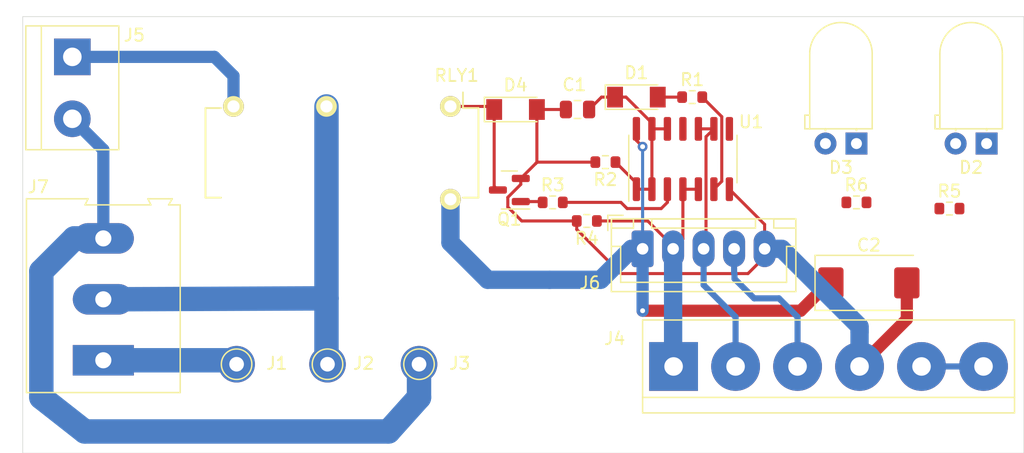
<source format=kicad_pcb>
(kicad_pcb (version 20211014) (generator pcbnew)
  (layers (0 "F.Cu" signal) (31 "B.Cu" signal) (34 "B.Paste" user) (35 "F.Paste" user) (36 "B.SilkS" user "B.Silkscreen") (37 "F.SilkS" user "F.Silkscreen") (38 "B.Mask" user) (39 "F.Mask" user) (44 "Edge.Cuts" user))
  (net 0 "")
  (net 1 "Net-(C1-Pad1)")
  (net 2 "GND")
  (net 3 "+5V")
  (net 4 "Net-(D1-Pad2)")
  (net 5 "Net-(J1-Pad1)")
  (net 6 "Net-(J2-Pad1)")
  (net 7 "Net-(J3-Pad1)")
  (net 8 "Net-(D2-Pad2)")
  (net 9 "Net-(J4-Pad3)")
  (net 10 "Net-(J4-Pad1)")
  (net 11 "Net-(J4-Pad5)")
  (net 12 "Net-(J5-Pad1)")
  (net 13 "RELAY")
  (net 14 "Net-(R1-Pad2)")
  (net 15 "Net-(R3-Pad2)")
  (net 16 "Net-(D3-Pad2)")
  (net 17 "TH")
  (net 18 "Net-(Q1-Pad1)")
  (net 19 "Net-(R5-Pad1)")
  (net 20 "Net-(R6-Pad1)")
  (footprint "Capacitor_SMD:C_0805_2012Metric" (layer "F.Cu") (at 110.49 54.102 180)
    (fp_text reference "C1" (at 0.261252 2.032) (layer "F.SilkS"))
    (fp_text value "10u")
    (fp_line (start -0.261252 -0.735) (end 0.261252 -0.735) (layer "F.SilkS") (width 0.12))
    (fp_line (start -0.261252 0.735) (end 0.261252 0.735) (layer "F.SilkS") (width 0.12))
    (pad "1" smd roundrect (at -0.95 0 180) (size 1 1.45) (layers "F.Cu" "F.Paste" "F.Mask") (net 1 "Net-(C1-Pad1)"))
    (pad "2" smd roundrect (at 0.95 0 180) (size 1 1.45) (layers "F.Cu" "F.Paste" "F.Mask") (net 2 "GND"))
  )
  (footprint "Capacitor_Tantalum_SMD:CP_EIA-7343-40_Kemet-Y" (layer "F.Cu") (at 134.366 68.326)
    (fp_text reference "C2" (at 0 -3.1) (layer "F.SilkS"))
    (fp_text value "100u")
    (fp_line (start 3.65 -2.26) (end -4.41 -2.26) (layer "F.SilkS") (width 0.12))
    (fp_line (start -4.41 2.26) (end 3.65 2.26) (layer "F.SilkS") (width 0.12))
    (fp_line (start -4.41 -2.26) (end -4.41 2.26) (layer "F.SilkS") (width 0.12))
    (pad "1" smd roundrect (at -3.1125 0) (size 2.075 2.55) (layers "F.Cu" "F.Paste" "F.Mask") (roundrect_rratio 0.120482) (net 3 "+5V"))
    (pad "2" smd roundrect (at 3.1125 0) (size 2.075 2.55) (layers "F.Cu" "F.Paste" "F.Mask") (roundrect_rratio 0.120482) (net 2 "GND"))
  )
  (footprint "Diode_SMD:D_MiniMELF" (layer "F.Cu") (at 115.316 53.086)
    (fp_text reference "D1" (at 0 -2) (layer "F.SilkS"))
    (fp_text value "1N4148")
    (fp_line (start -2.55 -1) (end -2.55 1) (layer "F.SilkS") (width 0.12))
    (fp_line (start -2.55 1) (end 1.75 1) (layer "F.SilkS") (width 0.12))
    (fp_line (start 1.75 -1) (end -2.55 -1) (layer "F.SilkS") (width 0.12))
    (pad "1" smd rect (at -1.75 0) (size 1.3 1.7) (layers "F.Cu" "F.Paste" "F.Mask") (net 1 "Net-(C1-Pad1)"))
    (pad "2" smd rect (at 1.75 0) (size 1.3 1.7) (layers "F.Cu" "F.Paste" "F.Mask") (net 4 "Net-(D1-Pad2)"))
  )
  (footprint "Connector_Pin:Pin_D1.0mm_L10.0mm" (layer "F.Cu") (at 82.55 75)
    (fp_text reference "J1" (at 3.302 -0.07) (layer "F.SilkS"))
    (fp_text value "Conn_01x01")
    (fp_circle (center 0 0) (end 1.25 0.05) (layer "F.SilkS") (width 0.12) (fill none))
    (pad "1" thru_hole circle locked (at 0 0) (size 3 3) (drill 1.2) (layers *.Cu *.Mask) (net 5 "Net-(J1-Pad1)"))
  )
  (footprint "Connector_Pin:Pin_D1.0mm_L10.0mm" (layer "F.Cu") (at 90 75)
    (fp_text reference "J2" (at 2.964 -0.07) (layer "F.SilkS"))
    (fp_text value "Conn_01x01")
    (fp_circle (center 0 0) (end 1.25 0.05) (layer "F.SilkS") (width 0.12) (fill none))
    (pad "1" thru_hole circle locked (at 0 0) (size 3 3) (drill 1.2) (layers *.Cu *.Mask) (net 6 "Net-(J2-Pad1)"))
  )
  (footprint "Connector_Pin:Pin_D1.0mm_L10.0mm" (layer "F.Cu") (at 97.5 75)
    (fp_text reference "J3" (at 3.338 -0.07) (layer "F.SilkS"))
    (fp_text value "Conn_01x01")
    (fp_circle (center 0 0) (end 1.25 0.05) (layer "F.SilkS") (width 0.12) (fill none))
    (pad "1" thru_hole circle locked (at 0 0) (size 3 3) (drill 1.2) (layers *.Cu *.Mask) (net 7 "Net-(J3-Pad1)"))
  )
  (footprint "TerminalBlock:TerminalBlock_bornier-6_P5.08mm" (layer "F.Cu") (at 118.364 75.184)
    (fp_text reference "J4" (at -4.826 -2.286) (layer "F.SilkS"))
    (fp_text value "0.2\"")
    (fp_line (start 27.94 3.81) (end 27.94 -3.81) (layer "F.SilkS") (width 0.12))
    (fp_line (start -2.54 2.54) (end 27.94 2.54) (layer "F.SilkS") (width 0.12))
    (fp_line (start -2.54 -3.81) (end 27.94 -3.81) (layer "F.SilkS") (width 0.12))
    (fp_line (start -2.54 -3.81) (end -2.54 3.81) (layer "F.SilkS") (width 0.12))
    (fp_line (start -2.54 3.81) (end 27.94 3.81) (layer "F.SilkS") (width 0.12))
    (pad "1" thru_hole rect locked (at 0 0) (size 4 4) (drill 1.52) (layers *.Cu *.Mask) (net 10 "Net-(J4-Pad1)"))
    (pad "2" thru_hole circle locked (at 5.08 0) (size 4 4) (drill 1.52) (layers *.Cu *.Mask) (net 17 "TH"))
    (pad "3" thru_hole circle locked (at 10.16 0) (size 4 4) (drill 1.52) (layers *.Cu *.Mask) (net 9 "Net-(J4-Pad3)"))
    (pad "4" thru_hole circle locked (at 15.24 0) (size 4 4) (drill 1.52) (layers *.Cu *.Mask) (net 2 "GND"))
    (pad "5" thru_hole circle locked (at 20.32 0) (size 4 4) (drill 1.52) (layers *.Cu *.Mask) (net 11 "Net-(J4-Pad5)"))
    (pad "6" thru_hole circle locked (at 25.4 0) (size 4 4) (drill 1.52) (layers *.Cu *.Mask) (net 11 "Net-(J4-Pad5)"))
  )
  (footprint "TerminalBlock:TerminalBlock_bornier-2_P5.08mm" (layer "F.Cu") (at 69.088 49.784 -90)
    (fp_text reference "J5" (at -1.778 -5.08 180) (layer "F.SilkS"))
    (fp_text value "0.2\"")
    (fp_line (start -2.54 -3.81) (end -2.54 3.81) (layer "F.SilkS") (width 0.12))
    (fp_line (start 7.62 -3.81) (end -2.54 -3.81) (layer "F.SilkS") (width 0.12))
    (fp_line (start 7.62 3.81) (end 7.62 -3.81) (layer "F.SilkS") (width 0.12))
    (fp_line (start 7.62 2.54) (end -2.54 2.54) (layer "F.SilkS") (width 0.12))
    (fp_line (start -2.54 3.81) (end 7.62 3.81) (layer "F.SilkS") (width 0.12))
    (pad "1" thru_hole rect locked (at 0 0 270) (size 3 3) (drill 1.52) (layers *.Cu *.Mask) (net 12 "Net-(J5-Pad1)"))
    (pad "2" thru_hole circle locked (at 5.08 0 270) (size 3 3) (drill 1.52) (layers *.Cu *.Mask) (net 7 "Net-(J3-Pad1)"))
  )
  (footprint "Connector_JST:JST_XH_B05B-XH-A_1x05_P2.50mm_Vertical" (layer "F.Cu") (at 115.824 65.532)
    (fp_text reference "J6" (at -4.318 2.794) (layer "F.SilkS"))
    (fp_text value "JST XH")
    (fp_line (start 12.56 -2.46) (end -2.56 -2.46) (layer "F.SilkS") (width 0.12))
    (fp_line (start -1.8 -0.2) (end -1.8 2.75) (layer "F.SilkS") (width 0.12))
    (fp_line (start 10.75 -1.7) (end 12.55 -1.7) (layer "F.SilkS") (width 0.12))
    (fp_line (start 11.8 2.75) (end 5 2.75) (layer "F.SilkS") (width 0.12))
    (fp_line (start -1.8 2.75) (end 5 2.75) (layer "F.SilkS") (width 0.12))
    (fp_line (start 12.56 3.51) (end 12.56 -2.46) (layer "F.SilkS") (width 0.12))
    (fp_line (start -2.56 3.51) (end 12.56 3.51) (layer "F.SilkS") (width 0.12))
    (fp_line (start -2.55 -2.45) (end -2.55 -1.7) (layer "F.SilkS") (width 0.12))
    (fp_line (start -2.85 -2.75) (end -2.85 -1.5) (layer "F.SilkS") (width 0.12))
    (fp_line (start -0.75 -1.7) (end -0.75 -2.45) (layer "F.SilkS") (width 0.12))
    (fp_line (start 9.25 -2.45) (end 0.75 -2.45) (layer "F.SilkS") (width 0.12))
    (fp_line (start 12.55 -2.45) (end 10.75 -2.45) (layer "F.SilkS") (width 0.12))
    (fp_line (start 0.75 -2.45) (end 0.75 -1.7) (layer "F.SilkS") (width 0.12))
    (fp_line (start 0.75 -1.7) (end 9.25 -1.7) (layer "F.SilkS") (width 0.12))
    (fp_line (start -2.55 -1.7) (end -0.75 -1.7) (layer "F.SilkS") (width 0.12))
    (fp_line (start 11.8 -0.2) (end 11.8 2.75) (layer "F.SilkS") (width 0.12))
    (fp_line (start -2.55 -0.2) (end -1.8 -0.2) (layer "F.SilkS") (width 0.12))
    (fp_line (start 12.55 -0.2) (end 11.8 -0.2) (layer "F.SilkS") (width 0.12))
    (fp_line (start -2.56 -2.46) (end -2.56 3.51) (layer "F.SilkS") (width 0.12))
    (fp_line (start 12.55 -1.7) (end 12.55 -2.45) (layer "F.SilkS") (width 0.12))
    (fp_line (start -0.75 -2.45) (end -2.55 -2.45) (layer "F.SilkS") (width 0.12))
    (fp_line (start 10.75 -2.45) (end 10.75 -1.7) (layer "F.SilkS") (width 0.12))
    (fp_line (start 9.25 -1.7) (end 9.25 -2.45) (layer "F.SilkS") (width 0.12))
    (fp_line (start -1.6 -2.75) (end -2.85 -2.75) (layer "F.SilkS") (width 0.12))
    (pad "1" thru_hole roundrect locked (at 0 0) (size 1.8 3) (drill 0.95) (layers *.Cu *.Mask) (roundrect_rratio 0.147) (net 3 "+5V"))
    (pad "2" thru_hole oval locked (at 2.5 0) (size 1.8 3) (drill 0.95) (layers *.Cu *.Mask) (net 10 "Net-(J4-Pad1)"))
    (pad "3" thru_hole oval locked (at 5 0) (size 1.8 3) (drill 0.95) (layers *.Cu *.Mask) (net 17 "TH"))
    (pad "4" thru_hole oval locked (at 7.5 0) (size 1.8 3) (drill 0.95) (layers *.Cu *.Mask) (net 9 "Net-(J4-Pad3)"))
    (pad "5" thru_hole oval locked (at 10 0) (size 1.8 3) (drill 0.95) (layers *.Cu *.Mask) (net 2 "GND"))
  )
  (footprint "Package_TO_SOT_SMD:SOT-23" (layer "F.Cu") (at 104.902 60.706 180)
    (fp_text reference "Q1" (at 0 -2.4) (layer "F.SilkS"))
    (fp_text value "MMBT3904")
    (fp_line (start 0 1.56) (end -0.65 1.56) (layer "F.SilkS") (width 0.12))
    (fp_line (start 0 -1.56) (end -1.675 -1.56) (layer "F.SilkS") (width 0.12))
    (fp_line (start 0 -1.56) (end 0.65 -1.56) (layer "F.SilkS") (width 0.12))
    (fp_line (start 0 1.56) (end 0.65 1.56) (layer "F.SilkS") (width 0.12))
    (pad "1" smd roundrect (at -0.9375 -0.95 180) (size 1.475 0.6) (layers "F.Cu" "F.Paste" "F.Mask") (net 18 "Net-(Q1-Pad1)"))
    (pad "2" smd roundrect (at -0.9375 0.95 180) (size 1.475 0.6) (layers "F.Cu" "F.Paste" "F.Mask") (net 2 "GND"))
    (pad "3" smd roundrect (at 0.9375 0 180) (size 1.475 0.6) (layers "F.Cu" "F.Paste" "F.Mask") (net 13 "RELAY"))
  )
  (footprint "Resistor_SMD:R_0603_1608Metric" (layer "F.Cu") (at 112.776 58.42 180)
    (fp_text reference "R2" (at 0 -1.43 180) (layer "F.SilkS"))
    (fp_text value "1M")
    (fp_line (start -0.237258 -0.5225) (end 0.237258 -0.5225) (layer "F.SilkS") (width 0.12))
    (fp_line (start -0.237258 0.5225) (end 0.237258 0.5225) (layer "F.SilkS") (width 0.12))
    (pad "1" smd roundrect (at -0.825 0 180) (size 0.8 0.95) (layers "F.Cu" "F.Paste" "F.Mask") (net 1 "Net-(C1-Pad1)"))
    (pad "2" smd roundrect (at 0.825 0 180) (size 0.8 0.95) (layers "F.Cu" "F.Paste" "F.Mask") (net 2 "GND"))
  )
  (footprint "custom:DIP-16_Relay" (layer "F.Cu") (at 100.076 53.848 -90)
    (fp_text reference "RLY1" (at -2.54 -0.508 180) (layer "F.SilkS"))
    (fp_text value "RELAY_DIL16" hide)
    (fp_line (start 0.135 20.075) (end 0.135 18.805) (layer "F.SilkS") (width 0.15))
    (fp_line (start 7.485 -2.295) (end 7.485 -1.025) (layer "F.SilkS") (width 0.15))
    (fp_line (start 0.135 20.075) (end 7.485 20.075) (layer "F.SilkS") (width 0.15))
    (fp_line (start 7.485 20.075) (end 7.485 18.805) (layer "F.SilkS") (width 0.15))
    (fp_line (start 0.135 -2.295) (end 7.485 -2.295) (layer "F.SilkS") (width 0.15))
    (fp_line (start 0.135 -2.295) (end 0.135 -1.025) (layer "F.SilkS") (width 0.15))
    (fp_line (start 0.135 -1.025) (end -1.15 -1.025) (layer "F.SilkS") (width 0.15))
    (pad "1" thru_hole circle locked (at 0 0 270) (size 1.7 1.7) (drill 1) (layers *.Cu *.Mask "F.SilkS") (net 13 "RELAY"))
    (pad "5" thru_hole circle locked (at 0 10.16 270) (size 1.7 1.7) (drill 1) (layers *.Cu *.Mask "F.SilkS") (net 6 "Net-(J2-Pad1)"))
    (pad "8" thru_hole circle locked (at 0 17.78 270) (size 1.7 1.7) (drill 1) (layers *.Cu *.Mask "F.SilkS") (net 12 "Net-(J5-Pad1)"))
    (pad "16" thru_hole circle locked (at 7.62 0 270) (size 1.7 1.7) (drill 1) (layers *.Cu *.Mask "F.SilkS") (net 3 "+5V"))
  )
  (footprint "Package_SO:SOIC-14_3.9x8.7mm_P1.27mm" (layer "F.Cu") (at 119.126 58.166 90)
    (fp_text reference "U1" (at 3.048 5.588 180) (layer "F.SilkS"))
    (fp_text value "74HCT08")
    (fp_line (start 0 -4.435) (end -3.45 -4.435) (layer "F.SilkS") (width 0.12))
    (fp_line (start 0 4.435) (end -1.95 4.435) (layer "F.SilkS") (width 0.12))
    (fp_line (start 0 4.435) (end 1.95 4.435) (layer "F.SilkS") (width 0.12))
    (fp_line (start 0 -4.435) (end 1.95 -4.435) (layer "F.SilkS") (width 0.12))
    (pad "1" smd roundrect (at -2.475 -3.81 90) (size 1.95 0.6) (layers "F.Cu" "F.Paste" "F.Mask") (net 1 "Net-(C1-Pad1)"))
    (pad "2" smd roundrect (at -2.475 -2.54 90) (size 1.95 0.6) (layers "F.Cu" "F.Paste" "F.Mask") (net 1 "Net-(C1-Pad1)"))
    (pad "3" smd roundrect (at -2.475 -1.27 90) (size 1.95 0.6) (layers "F.Cu" "F.Paste" "F.Mask") (net 15 "Net-(R3-Pad2)"))
    (pad "4" smd roundrect (at -2.475 0 90) (size 1.95 0.6) (layers "F.Cu" "F.Paste" "F.Mask") (net 10 "Net-(J4-Pad1)"))
    (pad "5" smd roundrect (at -2.475 1.27 90) (size 1.95 0.6) (layers "F.Cu" "F.Paste" "F.Mask") (net 10 "Net-(J4-Pad1)"))
    (pad "6" smd roundrect (at -2.475 2.54 90) (size 1.95 0.6) (layers "F.Cu" "F.Paste" "F.Mask") (net 14 "Net-(R1-Pad2)"))
    (pad "7" smd roundrect (at -2.475 3.81 90) (size 1.95 0.6) (layers "F.Cu" "F.Paste" "F.Mask") (net 2 "GND"))
    (pad "8" smd roundrect (at 2.475 3.81 90) (size 1.95 0.6) (layers "F.Cu" "F.Paste" "F.Mask") (net 19 "Net-(R5-Pad1)"))
    (pad "9" smd roundrect (at 2.475 2.54 90) (size 1.95 0.6) (layers "F.Cu" "F.Paste" "F.Mask") (net 17 "TH"))
    (pad "10" smd roundrect (at 2.475 1.27 90) (size 1.95 0.6) (layers "F.Cu" "F.Paste" "F.Mask") (net 17 "TH"))
    (pad "11" smd roundrect (at 2.475 0 90) (size 1.95 0.6) (layers "F.Cu" "F.Paste" "F.Mask") (net 20 "Net-(R6-Pad1)"))
    (pad "12" smd roundrect (at 2.475 -1.27 90) (size 1.95 0.6) (layers "F.Cu" "F.Paste" "F.Mask") (net 1 "Net-(C1-Pad1)"))
    (pad "13" smd roundrect (at 2.475 -2.54 90) (size 1.95 0.6) (layers "F.Cu" "F.Paste" "F.Mask") (net 1 "Net-(C1-Pad1)"))
    (pad "14" smd roundrect (at 2.475 -3.81 90) (size 1.95 0.6) (layers "F.Cu" "F.Paste" "F.Mask") (net 3 "+5V"))
  )
  (footprint "Resistor_SMD:R_0603_1608Metric" (layer "F.Cu") (at 119.888 53.086)
    (fp_text reference "R1" (at 0 -1.43) (layer "F.SilkS"))
    (fp_text value "100")
    (fp_line (start -0.237258 0.5225) (end 0.237258 0.5225) (layer "F.SilkS") (width 0.12))
    (fp_line (start -0.237258 -0.5225) (end 0.237258 -0.5225) (layer "F.SilkS") (width 0.12))
    (pad "1" smd roundrect (at -0.825 0) (size 0.8 0.95) (layers "F.Cu" "F.Paste" "F.Mask") (net 4 "Net-(D1-Pad2)"))
    (pad "2" smd roundrect (at 0.825 0) (size 0.8 0.95) (layers "F.Cu" "F.Paste" "F.Mask") (net 14 "Net-(R1-Pad2)"))
  )
  (footprint "Resistor_SMD:R_0603_1608Metric" (layer "F.Cu") (at 108.458 61.722)
    (fp_text reference "R3" (at 0 -1.43) (layer "F.SilkS"))
    (fp_text value "1k")
    (fp_line (start -0.237258 0.5225) (end 0.237258 0.5225) (layer "F.SilkS") (width 0.12))
    (fp_line (start -0.237258 -0.5225) (end 0.237258 -0.5225) (layer "F.SilkS") (width 0.12))
    (pad "1" smd roundrect (at -0.825 0) (size 0.8 0.95) (layers "F.Cu" "F.Paste" "F.Mask") (net 18 "Net-(Q1-Pad1)"))
    (pad "2" smd roundrect (at 0.825 0) (size 0.8 0.95) (layers "F.Cu" "F.Paste" "F.Mask") (net 15 "Net-(R3-Pad2)"))
  )
  (footprint "TerminalBlock:TerminalBlock_Altech_AK300-3_P5.00mm" (layer "F.Cu") (at 71.628 74.676 90)
    (fp_text reference "J7" (at 14.224 -5.334 180) (layer "F.SilkS"))
    (fp_text value "0.2\"")
    (fp_line (start 12.75 6.3) (end 12.75 5.35) (layer "F.SilkS") (width 0.12))
    (fp_line (start -2.65 -6.3) (end -2.65 6.3) (layer "F.SilkS") (width 0.12))
    (fp_line (start 13.25 5.65) (end 13.25 3.65) (layer "F.SilkS") (width 0.12))
    (fp_line (start 12.75 3.9) (end 12.75 -1.5) (layer "F.SilkS") (width 0.12))
    (fp_line (start 13.25 -6.3) (end -2.65 -6.3) (layer "F.SilkS") (width 0.12))
    (fp_line (start -2.65 6.3) (end 12.75 6.3) (layer "F.SilkS") (width 0.12))
    (fp_line (start 12.75 -1.5) (end 13.25 -1.25) (layer "F.SilkS") (width 0.12))
    (fp_line (start 12.75 5.35) (end 13.25 5.65) (layer "F.SilkS") (width 0.12))
    (fp_line (start 13.25 3.65) (end 12.75 3.9) (layer "F.SilkS") (width 0.12))
    (fp_line (start 13.25 -1.25) (end 13.25 -6.3) (layer "F.SilkS") (width 0.12))
    (pad "1" thru_hole rect locked (at 0 0 90) (size 2.5 5) (drill 1.32) (layers *.Cu *.Mask) (net 5 "Net-(J1-Pad1)"))
    (pad "2" thru_hole oval locked (at 5 0 90) (size 2.5 5) (drill 1.32) (layers *.Cu *.Mask) (net 6 "Net-(J2-Pad1)"))
    (pad "3" thru_hole oval locked (at 10 0 90) (size 2.5 5) (drill 1.32) (layers *.Cu *.Mask) (net 7 "Net-(J3-Pad1)"))
  )
  (footprint "Resistor_SMD:R_0603_1608Metric" (layer "F.Cu") (at 111.252 63.246 180)
    (fp_text reference "R4" (at 0 -1.43 180) (layer "F.SilkS"))
    (fp_text value "100k")
    (fp_line (start -0.237258 -0.5225) (end 0.237258 -0.5225) (layer "F.SilkS") (width 0.12))
    (fp_line (start -0.237258 0.5225) (end 0.237258 0.5225) (layer "F.SilkS") (width 0.12))
    (pad "1" smd roundrect (at -0.825 0 180) (size 0.8 0.95) (layers "F.Cu" "F.Paste" "F.Mask") (net 10 "Net-(J4-Pad1)"))
    (pad "2" smd roundrect (at 0.825 0 180) (size 0.8 0.95) (layers "F.Cu" "F.Paste" "F.Mask") (net 2 "GND"))
  )
  (footprint "Resistor_SMD:R_0603_1608Metric" (layer "F.Cu") (at 140.97 62.23)
    (fp_text reference "R5" (at 0 -1.43) (layer "F.SilkS"))
    (fp_text value "820")
    (fp_line (start -0.237258 0.5225) (end 0.237258 0.5225) (layer "F.SilkS") (width 0.12))
    (fp_line (start -0.237258 -0.5225) (end 0.237258 -0.5225) (layer "F.SilkS") (width 0.12))
    (pad "1" smd roundrect (at -0.825 0) (size 0.8 0.95) (layers "F.Cu" "F.Paste" "F.Mask") (net 19 "Net-(R5-Pad1)"))
    (pad "2" smd roundrect (at 0.825 0) (size 0.8 0.95) (layers "F.Cu" "F.Paste" "F.Mask") (net 8 "Net-(D2-Pad2)"))
  )
  (footprint "LED_THT:LED_D5.0mm_Horizontal_O1.27mm_Z3.0mm" (layer "F.Cu") (at 144.018 56.896 180)
    (fp_text reference "D2" (at 1.27 -1.96) (layer "F.SilkS"))
    (fp_text value "LED")
    (fp_line (start 2.54 1.21) (end 2.54 1.08) (layer "F.SilkS") (width 0.12))
    (fp_line (start 4.23 1.21) (end 4.23 2.33) (layer "F.SilkS") (width 0.12))
    (fp_line (start 4.23 2.33) (end 3.83 2.33) (layer "F.SilkS") (width 0.12))
    (fp_line (start -1.29 1.21) (end 3.83 1.21) (layer "F.SilkS") (width 0.12))
    (fp_line (start 0 1.21) (end 0 1.21) (layer "F.SilkS") (width 0.12))
    (fp_line (start 0 1.08) (end 0 1.08) (layer "F.SilkS") (width 0.12))
    (fp_line (start 2.54 1.21) (end 2.54 1.21) (layer "F.SilkS") (width 0.12))
    (fp_line (start 0 1.08) (end 0 1.21) (layer "F.SilkS") (width 0.12))
    (fp_line (start 0 1.21) (end 0 1.08) (layer "F.SilkS") (width 0.12))
    (fp_line (start 2.54 1.08) (end 2.54 1.08) (layer "F.SilkS") (width 0.12))
    (fp_line (start 3.83 2.33) (end 3.83 1.21) (layer "F.SilkS") (width 0.12))
    (fp_line (start -1.29 1.21) (end -1.29 7.37) (layer "F.SilkS") (width 0.12))
    (fp_line (start 3.83 1.21) (end 4.23 1.21) (layer "F.SilkS") (width 0.12))
    (fp_line (start 3.83 1.21) (end 3.83 7.37) (layer "F.SilkS") (width 0.12))
    (fp_line (start 2.54 1.08) (end 2.54 1.21) (layer "F.SilkS") (width 0.12))
    (fp_arc (start 3.83 7.37) (mid 1.27 9.93) (end -1.29 7.37) (layer "F.SilkS") (width 0.12))
    (pad "1" thru_hole rect (at 0 0 180) (size 1.8 1.8) (drill 0.9) (layers *.Cu *.Mask) (net 2 "GND"))
    (pad "2" thru_hole circle (at 2.54 0 180) (size 1.8 1.8) (drill 0.9) (layers *.Cu *.Mask) (net 8 "Net-(D2-Pad2)"))
  )
  (footprint "LED_THT:LED_D5.0mm_Horizontal_O1.27mm_Z3.0mm" (layer "F.Cu") (at 133.35 56.896 180)
    (fp_text reference "D3" (at 1.27 -1.96) (layer "F.SilkS"))
    (fp_text value "LED")
    (fp_line (start 2.54 1.21) (end 2.54 1.21) (layer "F.SilkS") (width 0.12))
    (fp_line (start 0 1.08) (end 0 1.21) (layer "F.SilkS") (width 0.12))
    (fp_line (start 3.83 1.21) (end 3.83 7.37) (layer "F.SilkS") (width 0.12))
    (fp_line (start 0 1.08) (end 0 1.08) (layer "F.SilkS") (width 0.12))
    (fp_line (start 3.83 2.33) (end 3.83 1.21) (layer "F.SilkS") (width 0.12))
    (fp_line (start 3.83 1.21) (end 4.23 1.21) (layer "F.SilkS") (width 0.12))
    (fp_line (start 4.23 1.21) (end 4.23 2.33) (layer "F.SilkS") (width 0.12))
    (fp_line (start 2.54 1.08) (end 2.54 1.08) (layer "F.SilkS") (width 0.12))
    (fp_line (start -1.29 1.21) (end -1.29 7.37) (layer "F.SilkS") (width 0.12))
    (fp_line (start 4.23 2.33) (end 3.83 2.33) (layer "F.SilkS") (width 0.12))
    (fp_line (start 0 1.21) (end 0 1.08) (layer "F.SilkS") (width 0.12))
    (fp_line (start 2.54 1.21) (end 2.54 1.08) (layer "F.SilkS") (width 0.12))
    (fp_line (start 0 1.21) (end 0 1.21) (layer "F.SilkS") (width 0.12))
    (fp_line (start -1.29 1.21) (end 3.83 1.21) (layer "F.SilkS") (width 0.12))
    (fp_line (start 2.54 1.08) (end 2.54 1.21) (layer "F.SilkS") (width 0.12))
    (fp_arc (start 3.83 7.37) (mid 1.27 9.93) (end -1.29 7.37) (layer "F.SilkS") (width 0.12))
    (pad "1" thru_hole rect (at 0 0 180) (size 1.8 1.8) (drill 0.9) (layers *.Cu *.Mask) (net 2 "GND"))
    (pad "2" thru_hole circle (at 2.54 0 180) (size 1.8 1.8) (drill 0.9) (layers *.Cu *.Mask) (net 16 "Net-(D3-Pad2)"))
  )
  (footprint "Diode_SMD:D_MiniMELF" (layer "F.Cu") (at 105.41 54.102)
    (fp_text reference "D4" (at 0 -2) (layer "F.SilkS"))
    (fp_text value "1N4148")
    (fp_line (start -2.55 1) (end 1.75 1) (layer "F.SilkS") (width 0.12))
    (fp_line (start -2.55 -1) (end -2.55 1) (layer "F.SilkS") (width 0.12))
    (fp_line (start 1.75 -1) (end -2.55 -1) (layer "F.SilkS") (width 0.12))
    (pad "1" smd rect (at -1.75 0) (size 1.3 1.7) (layers "F.Cu" "F.Paste" "F.Mask") (net 13 "RELAY"))
    (pad "2" smd rect (at 1.75 0) (size 1.3 1.7) (layers "F.Cu" "F.Paste" "F.Mask") (net 2 "GND"))
  )
  (footprint "Resistor_SMD:R_0603_1608Metric" (layer "F.Cu") (at 133.35 61.722)
    (fp_text reference "R6" (at 0 -1.43) (layer "F.SilkS"))
    (fp_text value "820")
    (fp_line (start -0.237258 -0.5225) (end 0.237258 -0.5225) (layer "F.SilkS") (width 0.12))
    (fp_line (start -0.237258 0.5225) (end 0.237258 0.5225) (layer "F.SilkS") (width 0.12))
    (pad "1" smd roundrect (at -0.825 0) (size 0.8 0.95) (layers "F.Cu" "F.Paste" "F.Mask") (net 20 "Net-(R6-Pad1)"))
    (pad "2" smd roundrect (at 0.825 0) (size 0.8 0.95) (layers "F.Cu" "F.Paste" "F.Mask") (net 16 "Net-(D3-Pad2)"))
  )
  (gr_line (start 65.024 82.296) (end 65.024 46.482) (layer "Edge.Cuts") (width 0.05))
  (gr_line (start 147.066 82.296) (end 65.024 82.296) (layer "Edge.Cuts") (width 0.05))
  (gr_line (start 65.024 46.482) (end 147.066 46.482) (layer "Edge.Cuts") (width 0.05))
  (gr_line (start 147.066 46.482) (end 147.066 82.296) (layer "Edge.Cuts") (width 0.05))
  (segment (start 116.586 60.641) (end 116.586 55.691) (width 0.25) (layer "F.Cu") (net 1))
  (segment (start 114.466 53.086) (end 116.586 55.206) (width 0.25) (layer "F.Cu") (net 1))
  (segment (start 115.316 60.132) (end 115.316 60.641) (width 0.25) (layer "F.Cu") (net 1))
  (segment (start 112.456 53.086) (end 111.44 54.102) (width 0.25) (layer "F.Cu") (net 1))
  (segment (start 116.586 55.206) (end 116.586 55.691) (width 0.25) (layer "F.Cu") (net 1))
  (segment (start 113.566 53.086) (end 112.456 53.086) (width 0.25) (layer "F.Cu") (net 1))
  (segment (start 113.604 58.42) (end 115.316 60.132) (width 0.25) (layer "F.Cu") (net 1))
  (segment (start 116.586 55.691) (end 117.856 55.691) (width 0.25) (layer "F.Cu") (net 1))
  (segment (start 113.566 53.086) (end 114.466 53.086) (width 0.25) (layer "F.Cu") (net 1))
  (segment (start 116.586 60.641) (end 115.316 60.641) (width 0.25) (layer "F.Cu") (net 1))
  (segment (start 137.4785 71.3095) (end 133.604 75.184) (width 1) (layer "F.Cu") (net 2))
  (segment (start 105.8395 59.756) (end 105.8395 60.246749) (width 0.25) (layer "F.Cu") (net 2))
  (segment (start 125.824 63.529) (end 125.824 65.532) (width 0.25) (layer "F.Cu") (net 2))
  (segment (start 105.918 63.246) (end 110.427 63.246) (width 0.25) (layer "F.Cu") (net 2))
  (segment (start 104.777 62.105) (end 105.918 63.246) (width 0.25) (layer "F.Cu") (net 2))
  (segment (start 125.824 66.2) (end 125.824 65.532) (width 0.25) (layer "F.Cu") (net 2))
  (segment (start 107.16 58.4355) (end 107.05475 58.54075) (width 0.25) (layer "F.Cu") (net 2))
  (segment (start 107.16 54.102) (end 107.16 58.4355) (width 0.25) (layer "F.Cu") (net 2))
  (segment (start 109.54 54.102) (end 107.16 54.102) (width 0.25) (layer "F.Cu") (net 2))
  (segment (start 104.777 61.309249) (end 104.777 62.105) (width 0.25) (layer "F.Cu") (net 2))
  (segment (start 105.8395 60.246749) (end 104.777 61.309249) (width 0.25) (layer "F.Cu") (net 2))
  (segment (start 137.4785 68.326) (end 137.4785 71.3095) (width 1) (layer "F.Cu") (net 2))
  (segment (start 107.05475 58.54075) (end 105.8395 59.756) (width 0.25) (layer "F.Cu") (net 2))
  (segment (start 114.046 67.564) (end 124.46 67.564) (width 0.25) (layer "F.Cu") (net 2))
  (segment (start 122.936 60.641) (end 125.824 63.529) (width 0.25) (layer "F.Cu") (net 2))
  (segment (start 107.1755 58.42) (end 107.16 58.4355) (width 0.25) (layer "F.Cu") (net 2))
  (segment (start 110.427 63.246) (end 110.427 63.945) (width 0.25) (layer "F.Cu") (net 2))
  (segment (start 107.1755 58.42) (end 107.05475 58.54075) (width 0.25) (layer "F.Cu") (net 2))
  (segment (start 124.46 67.564) (end 125.824 66.2) (width 0.25) (layer "F.Cu") (net 2))
  (segment (start 110.427 63.945) (end 114.046 67.564) (width 0.25) (layer "F.Cu") (net 2))
  (segment (start 111.951 58.42) (end 107.1755 58.42) (width 0.25) (layer "F.Cu") (net 2))
  (segment (start 133.604 72.355573) (end 133.604 75.184) (width 1.5) (layer "B.Cu") (net 2))
  (segment (start 127.224 65.532) (end 133.604 71.912) (width 1.5) (layer "B.Cu") (net 2))
  (segment (start 133.604 72.136) (end 133.604 72.355573) (width 1.5) (layer "B.Cu") (net 2))
  (segment (start 125.824 65.532) (end 127.224 65.532) (width 1.5) (layer "B.Cu") (net 2))
  (segment (start 133.604 71.912) (end 133.604 72.136) (width 1.5) (layer "B.Cu") (net 2))
  (segment (start 131.064 68.326) (end 128.778 70.612) (width 1) (layer "F.Cu") (net 3))
  (segment (start 131.2535 68.326) (end 131.064 68.326) (width 1) (layer "F.Cu") (net 3))
  (segment (start 115.316 55.691) (end 115.316 56.642) (width 0.25) (layer "F.Cu") (net 3))
  (segment (start 128.778 70.612) (end 115.824 70.612) (width 1) (layer "F.Cu") (net 3))
  (segment (start 115.316 56.642) (end 115.824 57.15) (width 0.25) (layer "F.Cu") (net 3))
  (via (at 115.824 70.612) (size 0.8) (drill 0.4) (layers "F.Cu" "B.Cu") (net 3))
  (via (at 115.824 57.15) (size 0.8) (drill 0.4) (layers "F.Cu" "B.Cu") (net 3))
  (segment (start 112.384 68.072) (end 108.204 68.072) (width 1.5) (layer "B.Cu") (net 3))
  (segment (start 115.824 65.532) (end 114.924 65.532) (width 1.5) (layer "B.Cu") (net 3))
  (segment (start 114.924 65.532) (end 112.384 68.072) (width 1.5) (layer "B.Cu") (net 3))
  (segment (start 115.824 70.612) (end 115.824 65.532) (width 1) (layer "B.Cu") (net 3))
  (segment (start 100.076 65.024) (end 100.076 61.468) (width 1.5) (layer "B.Cu") (net 3))
  (segment (start 108.204 68.072) (end 103.124 68.072) (width 1.5) (layer "B.Cu") (net 3))
  (segment (start 115.824 57.15) (end 115.824 65.532) (width 0.25) (layer "B.Cu") (net 3))
  (segment (start 103.124 68.072) (end 100.076 65.024) (width 1.5) (layer "B.Cu") (net 3))
  (segment (start 118.806 53.086) (end 117.066 53.086) (width 0.25) (layer "F.Cu") (net 4))
  (segment (start 82.226 74.676) (end 82.55 75) (width 1) (layer "B.Cu") (net 5))
  (segment (start 71.628 74.676) (end 82.226 74.676) (width 2) (layer "B.Cu") (net 5))
  (segment (start 89.916 74.916) (end 90 75) (width 1) (layer "B.Cu") (net 6))
  (segment (start 89.916 69.596) (end 89.916 74.916) (width 2) (layer "B.Cu") (net 6))
  (segment (start 89.916 53.848) (end 89.916 69.596) (width 2) (layer "B.Cu") (net 6))
  (segment (start 71.628 69.676) (end 89.916 69.596) (width 2) (layer "B.Cu") (net 6))
  (segment (start 69.088 54.864) (end 71.628 57.404) (width 1) (layer "B.Cu") (net 7))
  (segment (start 70.104 80.518) (end 94.996 80.518) (width 2) (layer "B.Cu") (net 7))
  (segment (start 66.548 77.724) (end 70.104 80.518) (width 2) (layer "B.Cu") (net 7))
  (segment (start 66.548 67.376) (end 66.548 77.724) (width 2) (layer "B.Cu") (net 7))
  (segment (start 71.628 57.404) (end 71.628 64.676) (width 1) (layer "B.Cu") (net 7))
  (segment (start 97.5 77.724) (end 97.5 75) (width 2) (layer "B.Cu") (net 7))
  (segment (start 71.628 64.676) (end 69.248 64.676) (width 2) (layer "B.Cu") (net 7))
  (segment (start 94.996 80.518) (end 97.5 77.724) (width 2) (layer "B.Cu") (net 7))
  (segment (start 69.248 64.676) (end 66.548 67.376) (width 2) (layer "B.Cu") (net 7))
  (segment (start 123.356 67.564) (end 123.356 67.984) (width 0.5) (layer "B.Cu") (net 9))
  (segment (start 127 69.596) (end 128.524 71.12) (width 0.5) (layer "B.Cu") (net 9))
  (segment (start 128.524 71.12) (end 128.524 75.184) (width 0.5) (layer "B.Cu") (net 9))
  (segment (start 123.356 67.984) (end 124.968 69.596) (width 0.5) (layer "B.Cu") (net 9))
  (segment (start 123.324 67.532) (end 123.356 67.564) (width 0.5) (layer "B.Cu") (net 9))
  (segment (start 124.968 69.596) (end 127 69.596) (width 0.5) (layer "B.Cu") (net 9))
  (segment (start 123.324 65.532) (end 123.324 67.532) (width 0.5) (layer "B.Cu") (net 9))
  (segment (start 119.126 64.73) (end 118.324 65.532) (width 0.25) (layer "F.Cu") (net 10))
  (segment (start 120.396 60.641) (end 119.126 60.641) (width 0.25) (layer "F.Cu") (net 10))
  (segment (start 112.077 63.246) (end 116.24262 63.246) (width 0.25) (layer "F.Cu") (net 10))
  (segment (start 118.324 65.32738) (end 118.324 65.532) (width 0.25) (layer "F.Cu") (net 10))
  (segment (start 119.126 60.641) (end 119.126 64.73) (width 0.25) (layer "F.Cu") (net 10))
  (segment (start 116.24262 63.246) (end 118.324 65.32738) (width 0.25) (layer "F.Cu") (net 10))
  (segment (start 118.324 65.532) (end 118.324 75.144) (width 1.5) (layer "B.Cu") (net 10))
  (segment (start 118.324 75.144) (end 118.364 75.184) (width 1.5) (layer "B.Cu") (net 10))
  (segment (start 138.684 75.184) (end 143.764 75.184) (width 0.5) (layer "B.Cu") (net 11))
  (segment (start 69.088 49.784) (end 80.732 49.784) (width 1) (layer "B.Cu") (net 12))
  (segment (start 80.732 49.784) (end 82.296 51.348) (width 1) (layer "B.Cu") (net 12))
  (segment (start 82.296 51.348) (end 82.296 53.848) (width 1) (layer "B.Cu") (net 12))
  (segment (start 100.076 53.848) (end 103.406 53.848) (width 0.25) (layer "F.Cu") (net 13))
  (segment (start 103.406 53.848) (end 103.66 54.102) (width 0.25) (layer "F.Cu") (net 13))
  (segment (start 103.66 60.4015) (end 103.9645 60.706) (width 0.25) (layer "F.Cu") (net 13))
  (segment (start 103.66 54.102) (end 103.66 60.4015) (width 0.25) (layer "F.Cu") (net 13))
  (segment (start 120.707751 53.086) (end 122.311 54.689249) (width 0.25) (layer "F.Cu") (net 14))
  (segment (start 122.311 59.996) (end 121.666 60.641) (width 0.25) (layer "F.Cu") (net 14))
  (segment (start 122.311 54.689249) (end 122.311 59.996) (width 0.25) (layer "F.Cu") (net 14))
  (segment (start 114.046 61.722) (end 114.554 62.23) (width 0.25) (layer "F.Cu") (net 15))
  (segment (start 117.856 61.722) (end 117.856 60.641) (width 0.25) (layer "F.Cu") (net 15))
  (segment (start 109.283 61.722) (end 114.046 61.722) (width 0.25) (layer "F.Cu") (net 15))
  (segment (start 117.348 62.23) (end 117.856 61.722) (width 0.25) (layer "F.Cu") (net 15))
  (segment (start 114.554 62.23) (end 117.348 62.23) (width 0.25) (layer "F.Cu") (net 15))
  (segment (start 121.666 55.691) (end 121.021 56.336) (width 0.25) (layer "F.Cu") (net 17))
  (segment (start 121.021 65.335) (end 120.824 65.532) (width 0.25) (layer "F.Cu") (net 17))
  (segment (start 120.396 55.691) (end 121.666 55.691) (width 0.25) (layer "F.Cu") (net 17))
  (segment (start 121.021 56.336) (end 121.021 65.335) (width 0.25) (layer "F.Cu") (net 17))
  (segment (start 123.444 71.12) (end 123.444 75.184) (width 0.5) (layer "B.Cu") (net 17))
  (segment (start 120.824 68.5) (end 123.444 71.12) (width 0.5) (layer "B.Cu") (net 17))
  (segment (start 120.824 65.532) (end 120.824 68.5) (width 0.5) (layer "B.Cu") (net 17))
  (segment (start 105.8395 61.656) (end 107.567 61.656) (width 0.25) (layer "F.Cu") (net 18))
  (segment (start 107.567 61.656) (end 107.633 61.722) (width 0.25) (layer "F.Cu") (net 18))
)
</source>
